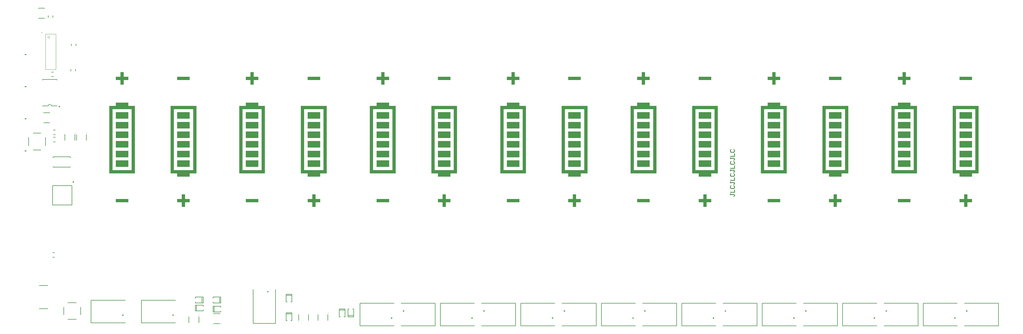
<source format=gto>
G04*
G04 #@! TF.GenerationSoftware,Altium Limited,Altium Designer,18.1.7 (191)*
G04*
G04 Layer_Color=65535*
%FSLAX44Y44*%
%MOMM*%
G71*
G01*
G75*
%ADD10C,0.2500*%
%ADD11C,0.2000*%
%ADD12C,0.1500*%
%ADD13C,0.1000*%
%ADD14C,0.2032*%
%ADD15C,0.2540*%
%ADD16R,4.0000X1.0000*%
%ADD17R,1.0000X4.0000*%
%ADD18R,4.0000X2.0000*%
%ADD19R,8.0000X1.0000*%
%ADD20R,1.0000X21.0000*%
D10*
X1429750Y222000D02*
G03*
X1429750Y222000I-1250J0D01*
G01*
X1392750Y200000D02*
G03*
X1392750Y200000I-1250J0D01*
G01*
X1679750Y222000D02*
G03*
X1679750Y222000I-1250J0D01*
G01*
X1642750Y200000D02*
G03*
X1642750Y200000I-1250J0D01*
G01*
X1929750Y222000D02*
G03*
X1929750Y222000I-1250J0D01*
G01*
X1892750Y200000D02*
G03*
X1892750Y200000I-1250J0D01*
G01*
X1008250Y282000D02*
G03*
X1008250Y282000I-1250J0D01*
G01*
X360250Y857623D02*
G03*
X360250Y857623I-1250J0D01*
G01*
X2179750Y222000D02*
G03*
X2179750Y222000I-1250J0D01*
G01*
X2142750Y200000D02*
G03*
X2142750Y200000I-1250J0D01*
G01*
X2429750Y222000D02*
G03*
X2429750Y222000I-1250J0D01*
G01*
X2392750Y200000D02*
G03*
X2392750Y200000I-1250J0D01*
G01*
X2679750Y222000D02*
G03*
X2679750Y222000I-1250J0D01*
G01*
X2642750Y200000D02*
G03*
X2642750Y200000I-1250J0D01*
G01*
X2929750Y222000D02*
G03*
X2929750Y222000I-1250J0D01*
G01*
X2892750Y200000D02*
G03*
X2892750Y200000I-1250J0D01*
G01*
X3179750Y222000D02*
G03*
X3179750Y222000I-1250J0D01*
G01*
X3142750Y200000D02*
G03*
X3142750Y200000I-1250J0D01*
G01*
X557750Y209000D02*
G03*
X557750Y209000I-1250J0D01*
G01*
X713750Y209000D02*
G03*
X713750Y209000I-1250J0D01*
G01*
X404000Y623373D02*
G03*
X404000Y623373I-1250J0D01*
G01*
D11*
X1102500Y188000D02*
G03*
X1102500Y188000I-500J0D01*
G01*
X793500Y209000D02*
G03*
X793500Y209000I-500J0D01*
G01*
X1194500Y216000D02*
G03*
X1194500Y216000I-500J0D01*
G01*
X318500Y1132190D02*
G03*
X318500Y1132190I-500J0D01*
G01*
X408500Y776000D02*
G03*
X408500Y776000I-500J0D01*
G01*
X306500Y839000D02*
G03*
X306500Y839000I-500J0D01*
G01*
X444500Y776000D02*
G03*
X444500Y776000I-500J0D01*
G01*
X862500Y182000D02*
G03*
X862500Y182000I-500J0D01*
G01*
X338000Y389000D02*
X344000D01*
X338000Y403000D02*
X344000D01*
X251500Y719000D02*
X256500D01*
X251500D02*
X254000Y721000D01*
X256500Y719000D01*
X1527000Y176000D02*
Y246000D01*
X1421000Y176000D02*
X1527000D01*
X1421000Y246000D02*
X1527000D01*
X1293000Y176000D02*
Y246000D01*
X1399000D01*
X1293000Y176000D02*
X1399000D01*
X1777000D02*
Y246000D01*
X1671000Y176000D02*
X1777000D01*
X1671000Y246000D02*
X1777000D01*
X1543000Y176000D02*
Y246000D01*
X1649000D01*
X1543000Y176000D02*
X1649000D01*
X2027000Y176000D02*
Y246000D01*
X1921000Y176000D02*
X2027000D01*
X1921000Y246000D02*
X2027000D01*
X1793000Y176000D02*
Y246000D01*
X1899000D01*
X1793000Y176000D02*
X1899000D01*
X961000Y183500D02*
X1031000D01*
X961000D02*
Y289500D01*
X1031000Y183500D02*
Y289500D01*
X1064001Y250000D02*
Y274000D01*
X1065000Y270500D02*
X1081500D01*
X1082000Y250000D02*
Y274000D01*
X1064001Y250000D02*
X1067500D01*
X1078500D02*
X1082000D01*
X1064000Y274000D02*
X1082000D01*
X1064001Y192000D02*
Y216000D01*
X1065000Y212500D02*
X1081500D01*
X1082000Y192000D02*
Y216000D01*
X1064001Y192000D02*
X1067500D01*
X1078500D02*
X1082000D01*
X1064000Y216000D02*
X1082000D01*
X2277000Y176000D02*
Y246000D01*
X2171000Y176000D02*
X2277000D01*
X2171000Y246000D02*
X2277000D01*
X2043000Y176000D02*
Y246000D01*
X2149000D01*
X2043000Y176000D02*
X2149000D01*
X2527000D02*
Y246000D01*
X2421000Y176000D02*
X2527000D01*
X2421000Y246000D02*
X2527000D01*
X2293000Y176000D02*
Y246000D01*
X2399000D01*
X2293000Y176000D02*
X2399000D01*
X2777000D02*
Y246000D01*
X2671000Y176000D02*
X2777000D01*
X2671000Y246000D02*
X2777000D01*
X2543000Y176000D02*
Y246000D01*
X2649000D01*
X2543000Y176000D02*
X2649000D01*
X3027000D02*
Y246000D01*
X2921000Y176000D02*
X3027000D01*
X2921000Y246000D02*
X3027000D01*
X2793000Y176000D02*
Y246000D01*
X2899000D01*
X2793000Y176000D02*
X2899000D01*
X3277000D02*
Y246000D01*
X3171000Y176000D02*
X3277000D01*
X3171000Y246000D02*
X3277000D01*
X3043000Y176000D02*
Y246000D01*
X3149000D01*
X3043000Y176000D02*
X3149000D01*
X458000Y185000D02*
Y255000D01*
X564000D01*
X458000Y185000D02*
X564000D01*
X614000Y185000D02*
Y255000D01*
X720000D01*
X614000Y185000D02*
X720000D01*
X1273999Y204000D02*
Y228000D01*
X1256500Y207500D02*
X1273000D01*
X1256000Y204000D02*
Y228000D01*
X1270500D02*
X1273999D01*
X1256000D02*
X1259500D01*
X1256000Y204000D02*
X1274000D01*
X335000Y951000D02*
X341000D01*
X335000Y965000D02*
X341000D01*
X338250Y551623D02*
X398250D01*
X338250Y611623D02*
X398250D01*
Y551623D02*
Y611623D01*
X338250Y551623D02*
Y611623D01*
X1229001Y204000D02*
Y228000D01*
X1230000Y224500D02*
X1246500D01*
X1247000Y204000D02*
Y228000D01*
X1229001Y204000D02*
X1232500D01*
X1243500D02*
X1247000D01*
X1229000Y228000D02*
X1247000D01*
X339000Y1135190D02*
Y1141190D01*
X325000Y1135190D02*
Y1141190D01*
X411000Y1047123D02*
Y1053123D01*
X397000Y1047123D02*
Y1053123D01*
X341000Y748000D02*
X347000D01*
X341000Y762000D02*
X347000D01*
X341000Y770000D02*
X347000D01*
X341000Y784000D02*
X347000D01*
X409000Y968123D02*
Y974123D01*
X395000Y968123D02*
Y974123D01*
X837000Y264999D02*
X861000D01*
X857500Y247500D02*
Y264000D01*
X837000Y247000D02*
X861000D01*
X837000Y261500D02*
Y264999D01*
Y247000D02*
Y250500D01*
X861000Y247000D02*
Y265000D01*
X782000Y264999D02*
X806000D01*
X802500Y247500D02*
Y264000D01*
X782000Y247000D02*
X806000D01*
X782000Y261500D02*
Y264999D01*
Y247000D02*
Y250500D01*
X806000Y247000D02*
Y265000D01*
X837000Y219001D02*
X861000D01*
X840500Y220000D02*
Y236500D01*
X837000Y237000D02*
X861000D01*
Y219001D02*
Y222500D01*
Y233500D02*
Y237000D01*
X837000Y219000D02*
Y237000D01*
X782000Y222001D02*
X806000D01*
X785500Y223000D02*
Y239500D01*
X782000Y240000D02*
X806000D01*
Y222001D02*
Y225500D01*
Y236500D02*
Y240000D01*
X782000Y222000D02*
Y240000D01*
X254000Y821000D02*
X256500Y819000D01*
X251500D02*
X254000Y821000D01*
X251500Y819000D02*
X256500D01*
X254000Y921000D02*
X256500Y919000D01*
X251500D02*
X254000Y921000D01*
X251500Y919000D02*
X256500D01*
X254000Y1021000D02*
X256500Y1019000D01*
X251500D02*
X254000Y1021000D01*
X251500Y1019000D02*
X256500D01*
D12*
X335167Y859623D02*
G03*
X324833Y859623I-5167J0D01*
G01*
X1133500Y193000D02*
Y211000D01*
X1102500Y193000D02*
Y211000D01*
X1103000D01*
X1102500Y193000D02*
X1103000D01*
X1133000Y211000D02*
X1133500D01*
X1133000Y193000D02*
X1133500D01*
X307000Y940123D02*
Y941623D01*
X352000Y940123D02*
Y941623D01*
Y859623D02*
Y860623D01*
X307000Y859623D02*
Y860623D01*
Y941623D02*
X352000D01*
X307000Y859623D02*
X324800D01*
X335200D02*
X352000D01*
X425000Y210000D02*
Y234000D01*
X373000Y210000D02*
Y234000D01*
X386000Y248000D02*
X412000D01*
X386000Y196000D02*
X412000D01*
X278000Y723000D02*
X302000D01*
X278000Y775000D02*
X302000D01*
X316000Y736000D02*
Y762000D01*
X264000Y736000D02*
Y762000D01*
X761500Y186000D02*
Y204000D01*
X792500Y186000D02*
Y204000D01*
X792000Y186000D02*
X792500D01*
X792000Y204000D02*
X792500D01*
X761500Y186000D02*
X762000D01*
X761500Y204000D02*
X762000D01*
X1162500Y211000D02*
X1163000D01*
X1162500Y193000D02*
X1163000D01*
X1193000Y211000D02*
X1193500D01*
X1193000Y193000D02*
X1193500D01*
Y211000D01*
X1162500Y193000D02*
Y211000D01*
X313000Y1163190D02*
Y1163690D01*
X295000Y1163190D02*
Y1163690D01*
X313000Y1132690D02*
Y1133190D01*
X295000Y1132690D02*
Y1133190D01*
Y1132690D02*
X313000D01*
X295000Y1163690D02*
X313000D01*
X376500Y771000D02*
X377000D01*
X376500Y753000D02*
X377000D01*
X407000Y771000D02*
X407500D01*
X407000Y753000D02*
X407500D01*
Y771000D01*
X376500Y753000D02*
Y771000D01*
X311000Y807500D02*
Y808000D01*
X329000Y807500D02*
Y808000D01*
X311000Y838000D02*
Y838500D01*
X329000Y838000D02*
Y838500D01*
X311000D02*
X329000D01*
X311000Y807500D02*
X329000D01*
X412500Y771000D02*
X413000D01*
X412500Y753000D02*
X413000D01*
X443000Y771000D02*
X443500D01*
X443000Y753000D02*
X443500D01*
Y771000D01*
X412500Y753000D02*
Y771000D01*
X392000Y669123D02*
X394000Y671123D01*
X392000Y701123D02*
X394000Y699123D01*
X339000D02*
X341000Y701123D01*
X339000Y671123D02*
X341000Y669123D01*
X392000D01*
X341000Y701123D02*
X392000D01*
X857000Y213000D02*
Y213500D01*
X839000Y213000D02*
Y213500D01*
X857000Y182500D02*
Y183000D01*
X839000Y182500D02*
Y183000D01*
Y182500D02*
X857000D01*
X839000Y213500D02*
X857000D01*
D13*
X329000Y1073123D02*
G03*
X329000Y1073123I-3000J0D01*
G01*
X306500Y1087873D02*
G03*
X306500Y1087873I-1250J0D01*
G01*
X316000Y973123D02*
X348000D01*
X316000Y1083123D02*
X348000D01*
Y973123D02*
Y1083123D01*
X316000Y973123D02*
Y1083123D01*
D14*
X297000Y229000D02*
X323000D01*
X297000Y301000D02*
X323000D01*
D15*
X2443752Y586849D02*
Y582683D01*
Y584766D01*
X2454165D01*
X2456248Y582683D01*
Y580601D01*
X2454165Y578518D01*
X2443752Y591014D02*
X2456248D01*
Y599345D01*
X2445835Y611841D02*
X2443752Y609758D01*
Y605593D01*
X2445835Y603510D01*
X2454165D01*
X2456248Y605593D01*
Y609758D01*
X2454165Y611841D01*
X2443752Y624337D02*
Y620171D01*
Y622254D01*
X2454165D01*
X2456248Y620171D01*
Y618089D01*
X2454165Y616006D01*
X2443752Y628502D02*
X2456248D01*
Y636833D01*
X2445835Y649329D02*
X2443752Y647246D01*
Y643081D01*
X2445835Y640998D01*
X2454165D01*
X2456248Y643081D01*
Y647246D01*
X2454165Y649329D01*
X2443752Y661825D02*
Y657659D01*
Y659742D01*
X2454165D01*
X2456248Y657659D01*
Y655577D01*
X2454165Y653494D01*
X2443752Y665990D02*
X2456248D01*
Y674321D01*
X2445835Y686816D02*
X2443752Y684734D01*
Y680568D01*
X2445835Y678486D01*
X2454165D01*
X2456248Y680568D01*
Y684734D01*
X2454165Y686816D01*
X2443752Y699312D02*
Y695147D01*
Y697230D01*
X2454165D01*
X2456248Y695147D01*
Y693064D01*
X2454165Y690982D01*
X2443752Y703478D02*
X2456248D01*
Y711808D01*
X2445835Y724304D02*
X2443752Y722222D01*
Y718056D01*
X2445835Y715974D01*
X2454165D01*
X2456248Y718056D01*
Y722222D01*
X2454165Y724304D01*
D16*
X3175000Y945000D02*
D03*
Y565000D02*
D03*
X2984000Y565000D02*
D03*
Y945000D02*
D03*
X2770000Y945000D02*
D03*
Y565000D02*
D03*
X2579000Y565000D02*
D03*
Y945000D02*
D03*
X2365000Y945000D02*
D03*
Y565000D02*
D03*
X2174000D02*
D03*
Y945000D02*
D03*
X1960000Y945000D02*
D03*
Y565000D02*
D03*
X1769000Y565000D02*
D03*
Y945000D02*
D03*
X1555000Y945000D02*
D03*
Y565000D02*
D03*
X1364000Y565000D02*
D03*
Y945000D02*
D03*
X1150000Y565000D02*
D03*
Y945000D02*
D03*
X958000Y945000D02*
D03*
Y565000D02*
D03*
X745000Y565000D02*
D03*
Y945000D02*
D03*
X554000Y565000D02*
D03*
Y945000D02*
D03*
D17*
X3175000Y565000D02*
D03*
X2984000Y945000D02*
D03*
X2770000Y565000D02*
D03*
X2579000Y945000D02*
D03*
X2365000Y565000D02*
D03*
X2174000Y945000D02*
D03*
X1960000Y565000D02*
D03*
X1769000Y945000D02*
D03*
X1555000Y565000D02*
D03*
X1364000Y945000D02*
D03*
X1150000Y565000D02*
D03*
X958000Y945000D02*
D03*
X745000Y565000D02*
D03*
X554000Y945000D02*
D03*
D18*
X3175000Y680000D02*
D03*
Y710000D02*
D03*
X3175000Y740000D02*
D03*
Y770000D02*
D03*
Y800000D02*
D03*
X3175000Y830000D02*
D03*
Y650000D02*
D03*
X2984000Y830000D02*
D03*
Y800000D02*
D03*
Y770000D02*
D03*
Y740000D02*
D03*
Y710000D02*
D03*
Y680000D02*
D03*
Y860000D02*
D03*
X2770000Y680000D02*
D03*
Y710000D02*
D03*
Y740000D02*
D03*
Y770000D02*
D03*
Y800000D02*
D03*
Y830000D02*
D03*
Y650000D02*
D03*
X2579000Y830000D02*
D03*
Y800000D02*
D03*
Y770000D02*
D03*
Y740000D02*
D03*
Y710000D02*
D03*
Y680000D02*
D03*
Y860000D02*
D03*
X2365000Y680000D02*
D03*
Y710000D02*
D03*
X2365000Y740000D02*
D03*
Y770000D02*
D03*
Y800000D02*
D03*
X2365000Y830000D02*
D03*
Y650000D02*
D03*
X2174000Y830000D02*
D03*
Y800000D02*
D03*
Y770000D02*
D03*
Y740000D02*
D03*
Y710000D02*
D03*
Y680000D02*
D03*
Y860000D02*
D03*
X1960000Y680000D02*
D03*
Y710000D02*
D03*
Y740000D02*
D03*
Y770000D02*
D03*
Y800000D02*
D03*
Y830000D02*
D03*
Y650000D02*
D03*
X1769000Y830000D02*
D03*
Y800000D02*
D03*
Y770000D02*
D03*
Y740000D02*
D03*
Y710000D02*
D03*
Y680000D02*
D03*
Y860000D02*
D03*
X1555000Y680000D02*
D03*
Y710000D02*
D03*
Y740000D02*
D03*
Y770000D02*
D03*
Y800000D02*
D03*
Y830000D02*
D03*
Y650000D02*
D03*
X1364000Y830000D02*
D03*
Y800000D02*
D03*
Y770000D02*
D03*
Y740000D02*
D03*
Y710000D02*
D03*
Y680000D02*
D03*
Y860000D02*
D03*
X1150000Y650000D02*
D03*
Y830000D02*
D03*
X1150000Y800000D02*
D03*
Y770000D02*
D03*
Y740000D02*
D03*
X1150000Y710000D02*
D03*
Y680000D02*
D03*
X958000Y860000D02*
D03*
Y680000D02*
D03*
Y710000D02*
D03*
Y740000D02*
D03*
Y770000D02*
D03*
Y800000D02*
D03*
Y830000D02*
D03*
X745000Y650000D02*
D03*
Y830000D02*
D03*
X745000Y800000D02*
D03*
Y770000D02*
D03*
Y740000D02*
D03*
X745000Y710000D02*
D03*
Y680000D02*
D03*
X554000Y830000D02*
D03*
Y800000D02*
D03*
Y770000D02*
D03*
Y740000D02*
D03*
Y710000D02*
D03*
Y680000D02*
D03*
Y860000D02*
D03*
D19*
X3175000Y655000D02*
D03*
Y855000D02*
D03*
X2984000Y855000D02*
D03*
Y655000D02*
D03*
X2770000Y655000D02*
D03*
Y855000D02*
D03*
X2579000Y855000D02*
D03*
Y655000D02*
D03*
X2365000Y655000D02*
D03*
Y855000D02*
D03*
X2174000D02*
D03*
Y655000D02*
D03*
X1960000D02*
D03*
Y855000D02*
D03*
X1769000D02*
D03*
Y655000D02*
D03*
X1555000D02*
D03*
Y855000D02*
D03*
X1364000Y855000D02*
D03*
Y655000D02*
D03*
X1150000Y855000D02*
D03*
Y655000D02*
D03*
X958000Y655000D02*
D03*
Y855000D02*
D03*
X745000Y855000D02*
D03*
Y655000D02*
D03*
X554000Y855000D02*
D03*
Y655000D02*
D03*
D20*
X3140000Y755000D02*
D03*
X3210000D02*
D03*
X3019000Y755000D02*
D03*
X2949000D02*
D03*
X2735000Y755000D02*
D03*
X2805000D02*
D03*
X2614000Y755000D02*
D03*
X2544000D02*
D03*
X2330000Y755000D02*
D03*
X2400000D02*
D03*
X2209000Y755000D02*
D03*
X2139000D02*
D03*
X1925000Y755000D02*
D03*
X1995000D02*
D03*
X1804000Y755000D02*
D03*
X1734000D02*
D03*
X1520000Y755000D02*
D03*
X1590000D02*
D03*
X1399000Y755000D02*
D03*
X1329000D02*
D03*
X1185000Y755000D02*
D03*
X1115000D02*
D03*
X923000Y755000D02*
D03*
X993000D02*
D03*
X780000Y755000D02*
D03*
X710000D02*
D03*
X589000Y755000D02*
D03*
X519000D02*
D03*
M02*

</source>
